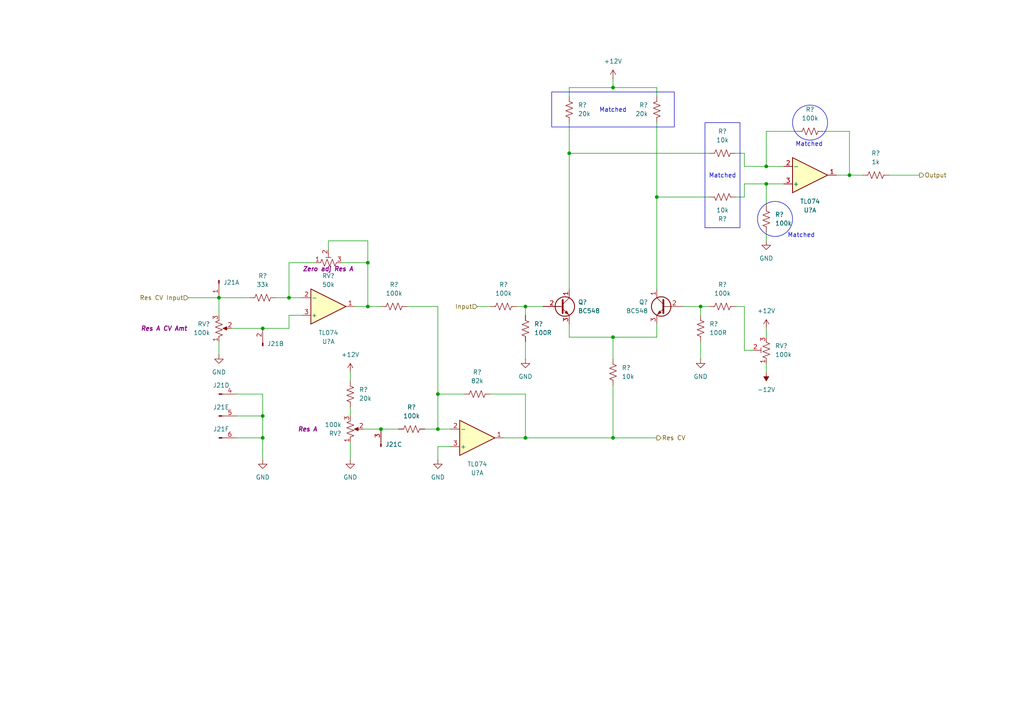
<source format=kicad_sch>
(kicad_sch (version 20231120) (generator "eeschema") (generator_version "8.0")
  (paper "A4")
  (title_block (company "DMH Instruments") (comment 1 "PCB for 15cm Kosmo format synthesizer module"))
  (lib_symbols
    (symbol "Amplifier_Operational:TL074" (pin_names (offset 0.127))
      (property "Reference" "U" (at 0 5.08 0))
      (property "Value" "TL074" (at 0 -5.08 0))
      (symbol "TL074_1_1"
        (polyline (pts (xy -5.08 5.08) (xy 5.08 0) (xy -5.08 -5.08) (xy -5.08 5.08)) (stroke (width 0.254)) (fill (type background)))
        (pin output line (at 7.62 0 180) (length 2.54) (name "~") (number "1"))
        (pin input line (at -7.62 -2.54 0) (length 2.54) (name "-") (number "2"))
        (pin input line (at -7.62 2.54 0) (length 2.54) (name "+") (number "3"))
      )
      (symbol "TL074_2_1"
        (polyline (pts (xy -5.08 5.08) (xy 5.08 0) (xy -5.08 -5.08) (xy -5.08 5.08)) (stroke (width 0.254)) (fill (type background)))
        (pin input line (at -7.62 2.54 0) (length 2.54) (name "+") (number "5"))
        (pin input line (at -7.62 -2.54 0) (length 2.54) (name "-") (number "6"))
        (pin output line (at 7.62 0 180) (length 2.54) (name "~") (number "7"))
      )
      (symbol "TL074_3_1"
        (polyline (pts (xy -5.08 5.08) (xy 5.08 0) (xy -5.08 -5.08) (xy -5.08 5.08)) (stroke (width 0.254)) (fill (type background)))
        (pin input line (at -7.62 2.54 0) (length 2.54) (name "+") (number "10"))
        (pin output line (at 7.62 0 180) (length 2.54) (name "~") (number "8"))
        (pin input line (at -7.62 -2.54 0) (length 2.54) (name "-") (number "9"))
      )
      (symbol "TL074_4_1"
        (polyline (pts (xy -5.08 5.08) (xy 5.08 0) (xy -5.08 -5.08) (xy -5.08 5.08)) (stroke (width 0.254)) (fill (type background)))
        (pin input line (at -7.62 2.54 0) (length 2.54) (name "+") (number "12"))
        (pin input line (at -7.62 -2.54 0) (length 2.54) (name "-") (number "13"))
        (pin output line (at 7.62 0 180) (length 2.54) (name "~") (number "14"))
      )
      (symbol "TL074_5_1"
        (pin power_in line (at -2.54 -7.62 90) (length 3.81) (name "V-") (number "11"))
        (pin power_in line (at -2.54 7.62 270) (length 3.81) (name "V+") (number "4"))
      )
    )
    (symbol "Device:R_Potentiometer_Trim_US" (pin_names (offset 1.016) hide)
      (property "Reference" "RV" (at -4.445 0 90))
      (property "Value" "R_Potentiometer_Trim_US" (at -2.54 0 90))
      (symbol "R_Potentiometer_Trim_US_0_1"
        (polyline (pts (xy 0 -2.286) (xy 0 -2.54)))
        (polyline (pts (xy 0 2.286) (xy 0 2.54)))
        (polyline (pts (xy 1.524 0.762) (xy 1.524 -0.762)))
        (polyline (pts (xy 2.54 0) (xy 1.524 0)))
        (polyline (pts (xy 0 -0.762) (xy 1.016 -1.143) (xy 0 -1.524) (xy -1.016 -1.905) (xy 0 -2.286)))
        (polyline (pts (xy 0 0.762) (xy 1.016 0.381) (xy 0 0) (xy -1.016 -0.381) (xy 0 -0.762)))
        (polyline (pts (xy 0 2.286) (xy 1.016 1.905) (xy 0 1.524) (xy -1.016 1.143) (xy 0 0.762)))
      )
      (symbol "R_Potentiometer_Trim_US_1_1"
        (pin passive line (at 0 3.81 270) (length 1.27) (name "1") (number "1"))
        (pin passive line (at 3.81 0 180) (length 1.27) (name "2") (number "2"))
        (pin passive line (at 0 -3.81 90) (length 1.27) (name "3") (number "3"))
      )
    )
    (symbol "Device:R_Potentiometer_US" (pin_names (offset 1.016) hide)
      (property "Reference" "RV" (at -4.445 0 90))
      (property "Value" "R_Potentiometer_US" (at -2.54 0 90))
      (symbol "R_Potentiometer_US_0_1"
        (polyline (pts (xy 0 -2.286) (xy 0 -2.54)))
        (polyline (pts (xy 0 2.54) (xy 0 2.286)))
        (polyline (pts (xy 2.54 0) (xy 1.524 0)))
        (polyline (pts (xy 1.143 0) (xy 2.286 0.508) (xy 2.286 -0.508) (xy 1.143 0)) (fill (type outline)))
        (polyline (pts (xy 0 -0.762) (xy 1.016 -1.143) (xy 0 -1.524) (xy -1.016 -1.905) (xy 0 -2.286)))
        (polyline (pts (xy 0 0.762) (xy 1.016 0.381) (xy 0 0) (xy -1.016 -0.381) (xy 0 -0.762)))
        (polyline (pts (xy 0 2.286) (xy 1.016 1.905) (xy 0 1.524) (xy -1.016 1.143) (xy 0 0.762)))
      )
      (symbol "R_Potentiometer_US_1_1"
        (pin passive line (at 0 3.81 270) (length 1.27) (name "1") (number "1"))
        (pin passive line (at 3.81 0 180) (length 1.27) (name "2") (number "2"))
        (pin passive line (at 0 -3.81 90) (length 1.27) (name "3") (number "3"))
      )
    )
    (symbol "Device:R_US" (pin_numbers hide) (pin_names (offset 0))
      (property "Reference" "R" (at 2.54 0 90))
      (property "Value" "R_US" (at -2.54 0 90))
      (symbol "R_US_0_1"
        (polyline (pts (xy 0 -2.286) (xy 0 -2.54)))
        (polyline (pts (xy 0 2.286) (xy 0 2.54)))
        (polyline (pts (xy 0 -0.762) (xy 1.016 -1.143) (xy 0 -1.524) (xy -1.016 -1.905) (xy 0 -2.286)))
        (polyline (pts (xy 0 0.762) (xy 1.016 0.381) (xy 0 0) (xy -1.016 -0.381) (xy 0 -0.762)))
        (polyline (pts (xy 0 2.286) (xy 1.016 1.905) (xy 0 1.524) (xy -1.016 1.143) (xy 0 0.762)))
      )
      (symbol "R_US_1_1"
        (pin passive line (at 0 3.81 270) (length 1.27) (name "~") (number "1"))
        (pin passive line (at 0 -3.81 90) (length 1.27) (name "~") (number "2"))
      )
    )
    (symbol "SynthStuff:Conn_01x06_PinHeader" (pin_names (offset 1.016) hide)
      (property "Reference" "J" (at 0 2.54 0))
      (symbol "Conn_01x06_PinHeader_1_1"
        (polyline (pts (xy 1.27 0) (xy 0.8636 0)) (stroke (width 0.1524)))
        (rectangle (start 0.8636 0.127) (end 0 -0.127) (stroke (width 0.1524)) (fill (type outline)))
        (pin passive line (at 5.08 0 180) (length 3.81) (name "Pin_1") (number "1"))
      )
      (symbol "Conn_01x06_PinHeader_2_1"
        (polyline (pts (xy 1.27 0) (xy 0.8636 0)) (stroke (width 0.1524)))
        (rectangle (start 0.8636 0.127) (end 0 -0.127) (stroke (width 0.1524)) (fill (type outline)))
        (pin passive line (at 5.08 0 180) (length 3.81) (name "Pin_2") (number "2"))
      )
      (symbol "Conn_01x06_PinHeader_3_1"
        (polyline (pts (xy 1.27 0) (xy 0.8636 0)) (stroke (width 0.1524)))
        (rectangle (start 0.8636 0.127) (end 0 -0.127) (stroke (width 0.1524)) (fill (type outline)))
        (pin passive line (at 5.08 0 180) (length 3.81) (name "Pin_3") (number "3"))
      )
      (symbol "Conn_01x06_PinHeader_4_1"
        (polyline (pts (xy 1.27 0) (xy 0.8636 0)) (stroke (width 0.1524)))
        (rectangle (start 0.8636 0.127) (end 0 -0.127) (stroke (width 0.1524)) (fill (type outline)))
        (pin passive line (at 5.08 0 180) (length 3.81) (name "Pin_4") (number "4"))
      )
      (symbol "Conn_01x06_PinHeader_5_1"
        (polyline (pts (xy 1.27 0) (xy 0.8636 0)) (stroke (width 0.1524)))
        (rectangle (start 0.8636 0.127) (end 0 -0.127) (stroke (width 0.1524)) (fill (type outline)))
        (pin passive line (at 5.08 0 180) (length 3.81) (name "Pin_5") (number "5"))
      )
      (symbol "Conn_01x06_PinHeader_6_1"
        (polyline (pts (xy 1.27 0) (xy 0.8636 0)) (stroke (width 0.1524)))
        (rectangle (start 0.8636 0.127) (end 0 -0.127) (stroke (width 0.1524)) (fill (type outline)))
        (pin passive line (at 5.08 0 180) (length 3.81) (name "Pin_6") (number "6"))
      )
    )
    (symbol "Transistor_BJT:BC548" (pin_names (offset 0) hide)
      (property "Reference" "Q" (at 5.08 1.905 0))
      (property "Value" "BC548" (at 5.08 0 0))
      (symbol "BC548_0_1"
        (polyline (pts (xy 0 0) (xy 0.635 0)))
        (polyline (pts (xy 0.635 0.635) (xy 2.54 2.54)))
        (polyline (pts (xy 0.635 -0.635) (xy 2.54 -2.54) (xy 2.54 -2.54)))
        (polyline (pts (xy 0.635 1.905) (xy 0.635 -1.905) (xy 0.635 -1.905)) (stroke (width 0.508)))
        (polyline (pts (xy 1.27 -1.778) (xy 1.778 -1.27) (xy 2.286 -2.286) (xy 1.27 -1.778) (xy 1.27 -1.778)) (fill (type outline)))
        (circle (center 1.27 0) (radius 2.8194) (stroke (width 0.254)))
      )
      (symbol "BC548_1_1"
        (pin passive line (at 2.54 5.08 270) (length 2.54) (name "C") (number "1"))
        (pin input line (at -5.08 0 0) (length 5.08) (name "B") (number "2"))
        (pin passive line (at 2.54 -5.08 90) (length 2.54) (name "E") (number "3"))
      )
    )
    (symbol "power:+12V" (power) (pin_numbers hide) (pin_names (offset 0) hide)
      (property "Value" "+12V" (at 0 3.556 0))
      (symbol "+12V_0_1"
        (polyline (pts (xy -0.762 1.27) (xy 0 2.54)))
        (polyline (pts (xy 0 0) (xy 0 2.54)))
        (polyline (pts (xy 0 2.54) (xy 0.762 1.27)))
      )
      (symbol "+12V_1_1"
        (pin power_in line (at 0 0 90) (length 0) (name "~") (number "1"))
      )
    )
    (symbol "power:-12V" (power) (pin_numbers hide) (pin_names (offset 0) hide)
      (property "Value" "-12V" (at 0 3.556 0))
      (symbol "-12V_0_0"
        (pin power_in line (at 0 0 90) (length 0) (name "~") (number "1"))
      )
      (symbol "-12V_0_1"
        (polyline (pts (xy 0 0) (xy 0 1.27) (xy 0.762 1.27) (xy 0 2.54) (xy -0.762 1.27) (xy 0 1.27)) (fill (type outline)))
      )
    )
    (symbol "power:GND" (power) (pin_numbers hide) (pin_names (offset 0) hide)
      (property "Value" "GND" (at 0 -3.81 0))
      (symbol "GND_0_1"
        (polyline (pts (xy 0 0) (xy 0 -1.27) (xy 1.27 -1.27) (xy 0 -2.54) (xy -1.27 -1.27) (xy 0 -1.27)))
      )
      (symbol "GND_1_1"
        (pin power_in line (at 0 0 270) (length 0) (name "~") (number "1"))
      )
    )
  )
  (junction (at 106.68 88.9))
  (junction (at 190.5 57.15))
  (junction (at 76.2 120.65))
  (junction (at 165.1 44.45))
  (junction (at 222.25 53.34))
  (junction (at 110.49 124.46))
  (junction (at 177.8 25.4))
  (junction (at 246.38 50.8))
  (junction (at 63.5 86.36))
  (junction (at 152.4 127))
  (junction (at 127 124.46))
  (junction (at 152.4 88.9))
  (junction (at 76.2 127))
  (junction (at 177.8 127))
  (junction (at 203.2 88.9))
  (junction (at 76.2 95.25))
  (junction (at 106.68 76.2))
  (junction (at 127 114.3))
  (junction (at 222.25 48.26))
  (junction (at 177.8 97.79))
  (junction (at 83.82 86.36))
  (wire (pts (xy 215.9 48.26) (xy 222.25 48.26)))
  (wire (pts (xy 190.5 57.15) (xy 190.5 83.82)))
  (wire (pts (xy 54.61 86.36) (xy 63.5 86.36)))
  (wire (pts (xy 68.58 127) (xy 76.2 127)))
  (wire (pts (xy 190.5 25.4) (xy 177.8 25.4)))
  (wire (pts (xy 101.6 128.27) (xy 101.6 133.35)))
  (wire (pts (xy 165.1 44.45) (xy 205.74 44.45)))
  (wire (pts (xy 165.1 97.79) (xy 177.8 97.79)))
  (wire (pts (xy 127 114.3) (xy 127 124.46)))
  (wire (pts (xy 213.36 44.45) (xy 215.9 44.45)))
  (wire (pts (xy 222.25 67.31) (xy 222.25 69.85)))
  (wire (pts (xy 203.2 88.9) (xy 203.2 91.44)))
  (wire (pts (xy 67.31 95.25) (xy 76.2 95.25)))
  (wire (pts (xy 68.58 114.3) (xy 76.2 114.3)))
  (wire (pts (xy 215.9 88.9) (xy 215.9 101.6)))
  (wire (pts (xy 76.2 120.65) (xy 76.2 127)))
  (wire (pts (xy 165.1 44.45) (xy 165.1 83.82)))
  (wire (pts (xy 83.82 95.25) (xy 83.82 91.44)))
  (wire (pts (xy 222.25 95.25) (xy 222.25 97.79)))
  (wire (pts (xy 152.4 88.9) (xy 152.4 91.44)))
  (wire (pts (xy 257.81 50.8) (xy 266.7 50.8)))
  (wire (pts (xy 101.6 107.95) (xy 101.6 110.49)))
  (wire (pts (xy 106.68 88.9) (xy 110.49 88.9)))
  (wire (pts (xy 123.19 124.46) (xy 127 124.46)))
  (wire (pts (xy 238.76 38.1) (xy 246.38 38.1)))
  (wire (pts (xy 246.38 50.8) (xy 250.19 50.8)))
  (wire (pts (xy 80.01 86.36) (xy 83.82 86.36)))
  (wire (pts (xy 222.25 38.1) (xy 222.25 48.26)))
  (wire (pts (xy 222.25 53.34) (xy 227.33 53.34)))
  (wire (pts (xy 190.5 27.94) (xy 190.5 25.4)))
  (wire (pts (xy 177.8 127) (xy 190.5 127)))
  (wire (pts (xy 95.25 69.85) (xy 106.68 69.85)))
  (wire (pts (xy 222.25 105.41) (xy 222.25 107.95)))
  (wire (pts (xy 165.1 27.94) (xy 165.1 25.4)))
  (wire (pts (xy 76.2 127) (xy 76.2 133.35)))
  (wire (pts (xy 83.82 86.36) (xy 87.63 86.36)))
  (wire (pts (xy 165.1 35.56) (xy 165.1 44.45)))
  (wire (pts (xy 190.5 93.98) (xy 190.5 97.79)))
  (wire (pts (xy 110.49 124.46) (xy 115.57 124.46)))
  (wire (pts (xy 127 124.46) (xy 130.81 124.46)))
  (wire (pts (xy 215.9 44.45) (xy 215.9 48.26)))
  (wire (pts (xy 177.8 25.4) (xy 177.8 22.86)))
  (wire (pts (xy 101.6 118.11) (xy 101.6 120.65)))
  (wire (pts (xy 152.4 88.9) (xy 157.48 88.9)))
  (wire (pts (xy 118.11 88.9) (xy 127 88.9)))
  (wire (pts (xy 149.86 88.9) (xy 152.4 88.9)))
  (wire (pts (xy 190.5 57.15) (xy 205.74 57.15)))
  (wire (pts (xy 106.68 88.9) (xy 102.87 88.9)))
  (wire (pts (xy 190.5 97.79) (xy 177.8 97.79)))
  (wire (pts (xy 222.25 48.26) (xy 227.33 48.26)))
  (wire (pts (xy 152.4 127) (xy 177.8 127)))
  (wire (pts (xy 152.4 99.06) (xy 152.4 104.14)))
  (wire (pts (xy 63.5 86.36) (xy 63.5 91.44)))
  (wire (pts (xy 231.14 38.1) (xy 222.25 38.1)))
  (wire (pts (xy 68.58 120.65) (xy 76.2 120.65)))
  (wire (pts (xy 203.2 99.06) (xy 203.2 104.14)))
  (wire (pts (xy 130.81 129.54) (xy 127 129.54)))
  (wire (pts (xy 142.24 114.3) (xy 152.4 114.3)))
  (wire (pts (xy 222.25 53.34) (xy 222.25 59.69)))
  (wire (pts (xy 63.5 86.36) (xy 72.39 86.36)))
  (wire (pts (xy 198.12 88.9) (xy 203.2 88.9)))
  (wire (pts (xy 215.9 53.34) (xy 222.25 53.34)))
  (wire (pts (xy 83.82 91.44) (xy 87.63 91.44)))
  (wire (pts (xy 146.05 127) (xy 152.4 127)))
  (wire (pts (xy 215.9 101.6) (xy 218.44 101.6)))
  (wire (pts (xy 76.2 95.25) (xy 83.82 95.25)))
  (wire (pts (xy 213.36 57.15) (xy 215.9 57.15)))
  (wire (pts (xy 134.62 114.3) (xy 127 114.3)))
  (wire (pts (xy 105.41 124.46) (xy 110.49 124.46)))
  (wire (pts (xy 106.68 76.2) (xy 106.68 88.9)))
  (wire (pts (xy 190.5 35.56) (xy 190.5 57.15)))
  (wire (pts (xy 177.8 97.79) (xy 177.8 104.14)))
  (wire (pts (xy 127 129.54) (xy 127 133.35)))
  (wire (pts (xy 203.2 88.9) (xy 205.74 88.9)))
  (wire (pts (xy 215.9 57.15) (xy 215.9 53.34)))
  (wire (pts (xy 83.82 76.2) (xy 83.82 86.36)))
  (wire (pts (xy 246.38 38.1) (xy 246.38 50.8)))
  (wire (pts (xy 242.57 50.8) (xy 246.38 50.8)))
  (wire (pts (xy 127 88.9) (xy 127 114.3)))
  (wire (pts (xy 106.68 69.85) (xy 106.68 76.2)))
  (wire (pts (xy 99.06 76.2) (xy 106.68 76.2)))
  (wire (pts (xy 152.4 114.3) (xy 152.4 127)))
  (wire (pts (xy 76.2 114.3) (xy 76.2 120.65)))
  (wire (pts (xy 83.82 76.2) (xy 91.44 76.2)))
  (wire (pts (xy 138.43 88.9) (xy 142.24 88.9)))
  (wire (pts (xy 177.8 127) (xy 177.8 111.76)))
  (wire (pts (xy 63.5 99.06) (xy 63.5 102.87)))
  (wire (pts (xy 165.1 25.4) (xy 177.8 25.4)))
  (wire (pts (xy 165.1 93.98) (xy 165.1 97.79)))
  (wire (pts (xy 95.25 72.39) (xy 95.25 69.85)))
  (wire (pts (xy 213.36 88.9) (xy 215.9 88.9)))
  (rectangle (start 160.02 26.67) (end 195.58 36.83))
  (circle (center 224.79 63.5) (radius 5.08))
  (circle (center 234.95 35.56) (radius 5.08))
  (rectangle (start 204.47 35.56) (end 214.63 66.04))
  (text "Matched" (at 177.8 32.004 0) (effects (font (size 1.27 1.27))))
  (text "Matched" (at 234.696 41.91 0) (effects (font (size 1.27 1.27))))
  (text "Matched" (at 232.41 68.326 0) (effects (font (size 1.27 1.27))))
  (text "Matched" (at 209.55 51.054 0) (effects (font (size 1.27 1.27))))
  (hierarchical_label "Output" (shape output) (at 266.7 50.8 0))
  (hierarchical_label "Res CV" (shape output) (at 190.5 127 0))
  (hierarchical_label "Res CV Input" (shape input) (at 54.61 86.36 180))
  (hierarchical_label "Input" (shape input) (at 138.43 88.9 180))
  (symbol (lib_id "power:GND") (at 203.2 104.14 0) (unit 1)
    (property "Reference" "#PWR061" (effects (hide yes)))
    (property "Value" "GND" (at 203.2 109.22 0))
    (property "Description" "Power symbol creates a global label with name \"GND\" , ground" (effects (hide yes)))
  )
  (symbol (lib_id "Device:R_US") (at 138.43 114.3 90) (unit 1)
    (property "Reference" "R?" (at 138.43 107.95 90))
    (property "Value" "82k" (at 138.43 110.49 90))
    (property "Footprint" "Resistor_THT:R_Axial_DIN0207_L6.3mm_D2.5mm_P7.62mm_Horizontal" (effects (hide yes)))
    (property "Description" "Resistor, US symbol" (effects (hide yes)))
  )
  (symbol (lib_id "Device:R_US") (at 177.8 107.95 180) (unit 1)
    (property "Reference" "R?" (at 180.34 106.6799 0) (effects (justify right)))
    (property "Value" "10k" (at 180.34 109.2199 0) (effects (justify right)))
    (property "Footprint" "Resistor_THT:R_Axial_DIN0207_L6.3mm_D2.5mm_P7.62mm_Horizontal" (effects (hide yes)))
    (property "Description" "Resistor, US symbol" (effects (hide yes)))
  )
  (symbol (lib_id "power:+12V") (at 177.8 22.86 0) (unit 1)
    (property "Reference" "#PWR060" (effects (hide yes)))
    (property "Value" "+12V" (at 177.8 17.78 0))
    (property "Description" "Power symbol creates a global label with name \"+12V\"" (effects (hide yes)))
  )
  (symbol (lib_id "Device:R_Potentiometer_Trim_US") (at 95.25 76.2 90) (unit 1)
    (property "Reference" "RV?" (at 95.25 80.01 90))
    (property "Value" "50k" (at 95.25 82.55 90))
    (property "Footprint" "Potentiometer_THT:Potentiometer_Bourns_3296W_Vertical" (effects (hide yes)))
    (property "Description" "Trim-potentiometer, US symbol" (effects (hide yes)))
    (property "Function" "Zero adj Res A" (at 95.25 77.978 90) (effects (font (thickness 0.254) (bold yes) (italic yes))))
  )
  (symbol (lib_id "Device:R_US") (at 165.1 31.75 180) (unit 1)
    (property "Reference" "R?" (at 167.64 30.4799 0) (effects (justify right)))
    (property "Value" "20k" (at 167.64 33.0199 0) (effects (justify right)))
    (property "Footprint" "Resistor_THT:R_Axial_DIN0207_L6.3mm_D2.5mm_P7.62mm_Horizontal" (effects (hide yes)))
    (property "Description" "Resistor, US symbol" (effects (hide yes)))
  )
  (symbol (lib_id "SynthStuff:Conn_01x06_PinHeader") (at 63.5 81.28 270) (unit 1)
    (property "Reference" "J21" (at 64.77 81.9149 90) (effects (justify left)))
    (property "Value" "Conn_01x06_PinHeader" (effects (hide yes)))
    (property "Footprint" "Connector_PinHeader_2.54mm:PinHeader_1x10_P2.54mm_Vertical" (effects (hide yes)))
    (property "Description" "Generic connector, single row, 01x06" (effects (hide yes)))
  )
  (symbol (lib_id "Device:R_US") (at 119.38 124.46 90) (unit 1)
    (property "Reference" "R?" (at 119.38 118.11 90))
    (property "Value" "100k" (at 119.38 120.65 90))
    (property "Footprint" "Resistor_THT:R_Axial_DIN0207_L6.3mm_D2.5mm_P7.62mm_Horizontal" (effects (hide yes)))
    (property "Description" "Resistor, US symbol" (effects (hide yes)))
  )
  (symbol (lib_id "Device:R_US") (at 190.5 31.75 0) (mirror x) (unit 1)
    (property "Reference" "R?" (at 187.96 30.4799 0) (effects (justify right)))
    (property "Value" "20k" (at 187.96 33.0199 0) (effects (justify right)))
    (property "Footprint" "Resistor_THT:R_Axial_DIN0207_L6.3mm_D2.5mm_P7.62mm_Horizontal" (effects (hide yes)))
    (property "Description" "Resistor, US symbol" (effects (hide yes)))
  )
  (symbol (lib_id "Device:R_US") (at 222.25 63.5 0) (unit 1)
    (property "Reference" "R?" (at 224.79 62.2299 0) (effects (justify left)))
    (property "Value" "100k" (at 224.79 64.7699 0) (effects (justify left)))
    (property "Footprint" "Resistor_THT:R_Axial_DIN0207_L6.3mm_D2.5mm_P7.62mm_Horizontal" (effects (hide yes)))
    (property "Description" "Resistor, US symbol" (effects (hide yes)))
  )
  (symbol (lib_id "Transistor_BJT:BC548") (at 162.56 88.9 0) (unit 1)
    (property "Reference" "Q?" (at 167.64 87.6299 0) (effects (justify left)))
    (property "Value" "BC548" (at 167.64 90.1699 0) (effects (justify left)))
    (property "Footprint" "Package_TO_SOT_THT:TO-92L_Inline_Wide" (effects (hide yes)))
    (property "Datasheet" "https://www.onsemi.com/pub/Collateral/BC550-D.pdf" (effects (hide yes)))
    (property "Description" "0.1A Ic, 30V Vce, Small Signal NPN Transistor, TO-92" (effects (hide yes)))
  )
  (symbol (lib_id "Device:R_US") (at 254 50.8 270) (unit 1)
    (property "Reference" "R?" (at 254 44.45 90))
    (property "Value" "1k" (at 254 46.99 90))
    (property "Footprint" "Resistor_THT:R_Axial_DIN0207_L6.3mm_D2.5mm_P7.62mm_Horizontal" (effects (hide yes)))
    (property "Description" "Resistor, US symbol" (effects (hide yes)))
  )
  (symbol (lib_id "Device:R_US") (at 209.55 88.9 270) (unit 1)
    (property "Reference" "R?" (at 209.55 82.55 90))
    (property "Value" "100k" (at 209.55 85.09 90))
    (property "Footprint" "Resistor_THT:R_Axial_DIN0207_L6.3mm_D2.5mm_P7.62mm_Horizontal" (effects (hide yes)))
    (property "Description" "Resistor, US symbol" (effects (hide yes)))
  )
  (symbol (lib_id "Amplifier_Operational:TL074") (at 138.43 127 0) (mirror x) (unit 1)
    (property "Reference" "U?" (at 138.43 137.16 0))
    (property "Value" "TL074" (at 138.43 134.62 0))
    (property "Footprint" "Package_DIP:DIP-14_W7.62mm_Socket" (effects (hide yes)))
    (property "Datasheet" "http://www.ti.com/lit/ds/symlink/tl071.pdf" (effects (hide yes)))
    (property "Description" "Quad Low-Noise JFET-Input Operational Amplifiers, DIP-14/SOIC-14" (effects (hide yes)))
  )
  (symbol (lib_id "SynthStuff:Conn_01x06_PinHeader") (at 63.5 127 0) (unit 6)
    (property "Reference" "J21" (at 64.135 124.46 0))
    (property "Value" "Conn_01x06_PinHeader" (effects (hide yes)))
    (property "Footprint" "Connector_PinHeader_2.54mm:PinHeader_1x06_P2.54mm_Vertical" (effects (hide yes)))
    (property "Description" "Generic connector, single row, 01x06" (effects (hide yes)))
  )
  (symbol (lib_id "Device:R_US") (at 209.55 44.45 270) (unit 1)
    (property "Reference" "R?" (at 209.55 38.1 90))
    (property "Value" "10k" (at 209.55 40.64 90))
    (property "Footprint" "Resistor_THT:R_Axial_DIN0207_L6.3mm_D2.5mm_P7.62mm_Horizontal" (effects (hide yes)))
    (property "Description" "Resistor, US symbol" (effects (hide yes)))
  )
  (symbol (lib_id "Device:R_US") (at 76.2 86.36 90) (unit 1)
    (property "Reference" "R?" (at 76.2 80.01 90))
    (property "Value" "33k" (at 76.2 82.55 90))
    (property "Footprint" "Resistor_THT:R_Axial_DIN0207_L6.3mm_D2.5mm_P7.62mm_Horizontal" (effects (hide yes)))
    (property "Description" "Resistor, US symbol" (effects (hide yes)))
  )
  (symbol (lib_id "Device:R_US") (at 209.55 57.15 270) (mirror x) (unit 1)
    (property "Reference" "R?" (at 209.55 63.5 90))
    (property "Value" "10k" (at 209.55 60.96 90))
    (property "Footprint" "Resistor_THT:R_Axial_DIN0207_L6.3mm_D2.5mm_P7.62mm_Horizontal" (effects (hide yes)))
    (property "Description" "Resistor, US symbol" (effects (hide yes)))
  )
  (symbol (lib_id "SynthStuff:Conn_01x06_PinHeader") (at 76.2 100.33 90) (unit 2)
    (property "Reference" "J21" (at 77.47 99.6949 90) (effects (justify right)))
    (property "Value" "Conn_01x06_PinHeader" (effects (hide yes)))
    (property "Footprint" "Connector_PinHeader_2.54mm:PinHeader_1x10_P2.54mm_Vertical" (effects (hide yes)))
    (property "Description" "Generic connector, single row, 01x06" (effects (hide yes)))
  )
  (symbol (lib_id "power:-12V") (at 222.25 107.95 180) (unit 1)
    (property "Reference" "#PWR064" (effects (hide yes)))
    (property "Value" "-12V" (at 222.25 113.03 0))
    (property "Description" "Power symbol creates a global label with name \"-12V\"" (effects (hide yes)))
  )
  (symbol (lib_id "Device:R_Potentiometer_Trim_US") (at 222.25 101.6 180) (unit 1)
    (property "Reference" "RV?" (at 224.79 100.3299 0) (effects (justify right)))
    (property "Value" "100k" (at 224.79 102.8699 0) (effects (justify right)))
    (property "Footprint" "Potentiometer_THT:Potentiometer_Bourns_3296W_Vertical" (effects (hide yes)))
    (property "Description" "Trim-potentiometer, US symbol" (effects (hide yes)))
  )
  (symbol (lib_id "power:GND") (at 152.4 104.14 0) (unit 1)
    (property "Reference" "#PWR059" (effects (hide yes)))
    (property "Value" "GND" (at 152.4 109.22 0))
    (property "Description" "Power symbol creates a global label with name \"GND\" , ground" (effects (hide yes)))
  )
  (symbol (lib_id "Amplifier_Operational:TL074") (at 234.95 50.8 0) (mirror x) (unit 1)
    (property "Reference" "U?" (at 234.95 60.96 0))
    (property "Value" "TL074" (at 234.95 58.42 0))
    (property "Footprint" "Package_DIP:DIP-14_W7.62mm_Socket" (effects (hide yes)))
    (property "Datasheet" "http://www.ti.com/lit/ds/symlink/tl071.pdf" (effects (hide yes)))
    (property "Description" "Quad Low-Noise JFET-Input Operational Amplifiers, DIP-14/SOIC-14" (effects (hide yes)))
  )
  (symbol (lib_id "Device:R_US") (at 152.4 95.25 180) (unit 1)
    (property "Reference" "R?" (at 154.94 93.9799 0) (effects (justify right)))
    (property "Value" "100R" (at 154.94 96.5199 0) (effects (justify right)))
    (property "Footprint" "Resistor_THT:R_Axial_DIN0207_L6.3mm_D2.5mm_P7.62mm_Horizontal" (effects (hide yes)))
    (property "Description" "Resistor, US symbol" (effects (hide yes)))
  )
  (symbol (lib_id "SynthStuff:Conn_01x06_PinHeader") (at 63.5 114.3 0) (unit 4)
    (property "Reference" "J21" (at 64.135 111.76 0))
    (property "Value" "Conn_01x06_PinHeader" (effects (hide yes)))
    (property "Footprint" "Connector_PinHeader_2.54mm:PinHeader_1x06_P2.54mm_Vertical" (effects (hide yes)))
    (property "Description" "Generic connector, single row, 01x06" (effects (hide yes)))
  )
  (symbol (lib_id "SynthStuff:Conn_01x06_PinHeader") (at 110.49 129.54 90) (unit 3)
    (property "Reference" "J21" (at 111.76 128.9049 90) (effects (justify right)))
    (property "Value" "Conn_01x06_PinHeader" (effects (hide yes)))
    (property "Footprint" "Connector_PinHeader_2.54mm:PinHeader_1x10_P2.54mm_Vertical" (effects (hide yes)))
    (property "Description" "Generic connector, single row, 01x06" (effects (hide yes)))
  )
  (symbol (lib_id "power:GND") (at 76.2 133.35 0) (unit 1)
    (property "Reference" "#PWR043" (effects (hide yes)))
    (property "Value" "GND" (at 76.2 138.43 0))
    (property "Description" "Power symbol creates a global label with name \"GND\" , ground" (effects (hide yes)))
  )
  (symbol (lib_id "power:GND") (at 127 133.35 0) (unit 1)
    (property "Reference" "#PWR058" (effects (hide yes)))
    (property "Value" "GND" (at 127 138.43 0))
    (property "Description" "Power symbol creates a global label with name \"GND\" , ground" (effects (hide yes)))
  )
  (symbol (lib_id "Device:R_US") (at 114.3 88.9 90) (unit 1)
    (property "Reference" "R?" (at 114.3 82.55 90))
    (property "Value" "100k" (at 114.3 85.09 90))
    (property "Footprint" "Resistor_THT:R_Axial_DIN0207_L6.3mm_D2.5mm_P7.62mm_Horizontal" (effects (hide yes)))
    (property "Description" "Resistor, US symbol" (effects (hide yes)))
  )
  (symbol (lib_id "power:GND") (at 222.25 69.85 0) (unit 1)
    (property "Reference" "#PWR062" (effects (hide yes)))
    (property "Value" "GND" (at 222.25 74.93 0))
    (property "Description" "Power symbol creates a global label with name \"GND\" , ground" (effects (hide yes)))
  )
  (symbol (lib_id "power:GND") (at 63.5 102.87 0) (unit 1)
    (property "Reference" "#PWR055" (effects (hide yes)))
    (property "Value" "GND" (at 63.5 107.95 0))
    (property "Description" "Power symbol creates a global label with name \"GND\" , ground" (effects (hide yes)))
  )
  (symbol (lib_id "Device:R_Potentiometer_US") (at 63.5 95.25 0) (mirror x) (unit 1)
    (property "Reference" "RV?" (at 60.96 93.9799 0) (effects (justify right)))
    (property "Value" "100k" (at 60.96 96.5199 0) (effects (justify right)))
    (property "Footprint" "SynthStuff:Potentiometer_TT_P110KH1" (effects (hide yes)))
    (property "Description" "Potentiometer, US symbol" (effects (hide yes)))
    (property "Function" "Res A CV Amt" (at 47.498 95.25 0) (effects (font (thickness 0.254) (bold yes) (italic yes))))
  )
  (symbol (lib_id "power:GND") (at 101.6 133.35 0) (unit 1)
    (property "Reference" "#PWR057" (effects (hide yes)))
    (property "Value" "GND" (at 101.6 138.43 0))
    (property "Description" "Power symbol creates a global label with name \"GND\" , ground" (effects (hide yes)))
  )
  (symbol (lib_id "Device:R_US") (at 203.2 95.25 180) (unit 1)
    (property "Reference" "R?" (at 205.74 93.9799 0) (effects (justify right)))
    (property "Value" "100R" (at 205.74 96.5199 0) (effects (justify right)))
    (property "Footprint" "Resistor_THT:R_Axial_DIN0207_L6.3mm_D2.5mm_P7.62mm_Horizontal" (effects (hide yes)))
    (property "Description" "Resistor, US symbol" (effects (hide yes)))
  )
  (symbol (lib_id "SynthStuff:Conn_01x06_PinHeader") (at 63.5 120.65 0) (unit 5)
    (property "Reference" "J21" (at 64.135 118.11 0))
    (property "Value" "Conn_01x06_PinHeader" (effects (hide yes)))
    (property "Footprint" "Connector_PinHeader_2.54mm:PinHeader_1x06_P2.54mm_Vertical" (effects (hide yes)))
    (property "Description" "Generic connector, single row, 01x06" (effects (hide yes)))
  )
  (symbol (lib_id "Device:R_Potentiometer_US") (at 101.6 124.46 0) (mirror x) (unit 1)
    (property "Reference" "RV?" (at 99.06 125.7301 0) (effects (justify right)))
    (property "Value" "100k" (at 99.06 123.1901 0) (effects (justify right)))
    (property "Footprint" "SynthStuff:Potentiometer_Alpha_RD901F-40-00D_Single_Vertical" (effects (hide yes)))
    (property "Description" "Potentiometer, US symbol" (effects (hide yes)))
    (property "Function" "Res A" (at 89.154 124.46 0) (effects (font (thickness 0.254) (bold yes) (italic yes))))
  )
  (symbol (lib_id "Transistor_BJT:BC548") (at 193.04 88.9 0) (mirror y) (unit 1)
    (property "Reference" "Q?" (at 187.96 87.6299 0) (effects (justify left)))
    (property "Value" "BC548" (at 187.96 90.1699 0) (effects (justify left)))
    (property "Footprint" "Package_TO_SOT_THT:TO-92L_Inline_Wide" (effects (hide yes)))
    (property "Datasheet" "https://www.onsemi.com/pub/Collateral/BC550-D.pdf" (effects (hide yes)))
    (property "Description" "0.1A Ic, 30V Vce, Small Signal NPN Transistor, TO-92" (effects (hide yes)))
  )
  (symbol (lib_id "Amplifier_Operational:TL074") (at 95.25 88.9 0) (mirror x) (unit 1)
    (property "Reference" "U?" (at 95.25 99.06 0))
    (property "Value" "TL074" (at 95.25 96.52 0))
    (property "Footprint" "Package_DIP:DIP-14_W7.62mm_Socket" (effects (hide yes)))
    (property "Datasheet" "http://www.ti.com/lit/ds/symlink/tl071.pdf" (effects (hide yes)))
    (property "Description" "Quad Low-Noise JFET-Input Operational Amplifiers, DIP-14/SOIC-14" (effects (hide yes)))
  )
  (symbol (lib_id "Device:R_US") (at 101.6 114.3 180) (unit 1)
    (property "Reference" "R?" (at 104.14 113.0299 0) (effects (justify right)))
    (property "Value" "20k" (at 104.14 115.5699 0) (effects (justify right)))
    (property "Footprint" "Resistor_THT:R_Axial_DIN0207_L6.3mm_D2.5mm_P7.62mm_Horizontal" (effects (hide yes)))
    (property "Description" "Resistor, US symbol" (effects (hide yes)))
  )
  (symbol (lib_id "power:+12V") (at 222.25 95.25 0) (unit 1)
    (property "Reference" "#PWR063" (effects (hide yes)))
    (property "Value" "+12V" (at 222.25 90.17 0))
    (property "Description" "Power symbol creates a global label with name \"+12V\"" (effects (hide yes)))
  )
  (symbol (lib_id "Device:R_US") (at 234.95 38.1 270) (unit 1)
    (property "Reference" "R?" (at 234.95 31.75 90))
    (property "Value" "100k" (at 234.95 34.29 90))
    (property "Footprint" "Resistor_THT:R_Axial_DIN0207_L6.3mm_D2.5mm_P7.62mm_Horizontal" (effects (hide yes)))
    (property "Description" "Resistor, US symbol" (effects (hide yes)))
  )
  (symbol (lib_id "power:+12V") (at 101.6 107.95 0) (unit 1)
    (property "Reference" "#PWR056" (effects (hide yes)))
    (property "Value" "+12V" (at 101.6 102.87 0))
    (property "Description" "Power symbol creates a global label with name \"+12V\"" (effects (hide yes)))
  )
  (symbol (lib_id "Device:R_US") (at 146.05 88.9 270) (unit 1)
    (property "Reference" "R?" (at 146.05 82.55 90))
    (property "Value" "100k" (at 146.05 85.09 90))
    (property "Footprint" "Resistor_THT:R_Axial_DIN0207_L6.3mm_D2.5mm_P7.62mm_Horizontal" (effects (hide yes)))
    (property "Description" "Resistor, US symbol" (effects (hide yes)))
  )
)
</source>
